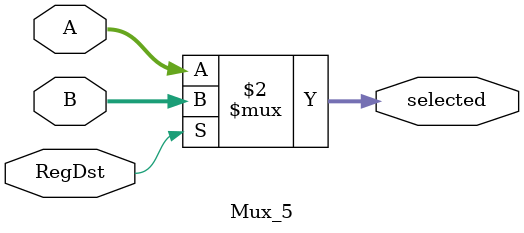
<source format=v>
`timescale 1ns / 1ps


module Mux_5(
    input RegDst,
    input [4:0] A,
    input [4:0] B,
    output [4:0] selected
    );
    assign selected = (RegDst == 1'b0 ? A : B);
endmodule

</source>
